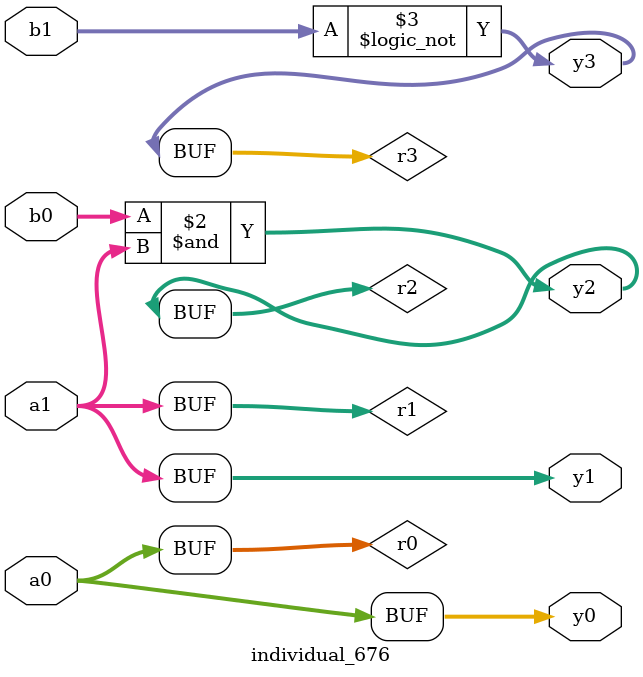
<source format=sv>
module individual_676(input logic [15:0] a1, input logic [15:0] a0, input logic [15:0] b1, input logic [15:0] b0, output logic [15:0] y3, output logic [15:0] y2, output logic [15:0] y1, output logic [15:0] y0);
logic [15:0] r0, r1, r2, r3; 
 always@(*) begin 
	 r0 = a0; r1 = a1; r2 = b0; r3 = b1; 
 	 r2  &=  a1 ;
 	 r3 = ! b1 ;
 	 y3 = r3; y2 = r2; y1 = r1; y0 = r0; 
end
endmodule
</source>
